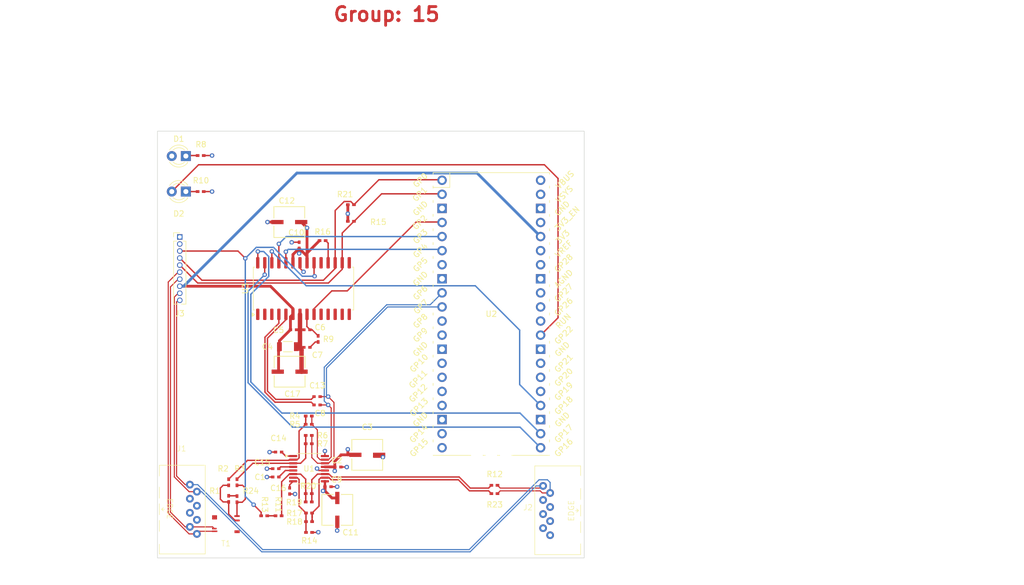
<source format=kicad_pcb>
(kicad_pcb (version 20240108) (generator "pcbnew") (generator_version "8.0")
  (layers (0 "F.Cu" signal) (1 "In1.Cu" signal) (2 "In2.Cu" signal) (31 "B.Cu" signal) (34 "B.Paste" user) (35 "F.Paste" user) (36 "B.SilkS" user "B.Silkscreen") (37 "F.SilkS" user "F.Silkscreen") (38 "B.Mask" user) (39 "F.Mask" user) (44 "Edge.Cuts" user))
  (net 0 "")
  (net 1 "OLRCK")
  (net 2 "VA")
  (net 3 "SDA")
  (net 4 "SDOUT")
  (net 5 "Net-(U1B-~{PD})")
  (net 6 "SCL")
  (net 7 "RMCLK")
  (net 8 "RST")
  (net 9 "OSCLK")
  (net 10 "OMCLK")
  (net 11 "PASS+")
  (net 12 "GND")
  (net 13 "FILT")
  (net 14 "GNDA")
  (net 15 "AES3+")
  (net 16 "AES3-")
  (net 17 "SIG_OUT-")
  (net 18 "SIG_OUT+")
  (net 19 "PWM")
  (net 20 "Net-(U3-AD2{slash}GPO2)")
  (net 21 "SIG_IN-")
  (net 22 "SIG_IN+")
  (net 45 "Net-(U1A-IN+)")
  (net 46 "Net-(U1A-IN-)")
  (net 47 "Net-(U1B-IN+)")
  (net 48 "Net-(U1B-IN-)")
  (net 68 "LED")
  (net 69 "+5V")
  (net 70 "Net-(U3-RXP0)")
  (net 71 "Net-(U3-RXN)")
  (net 72 "Net-(U1B-VOCM)")
  (net 73 "Net-(U1A-~{PD})")
  (net 74 "Net-(U1A-VOCM)")
  (net 75 "Net-(U1B-OUT-)")
  (net 76 "Net-(U1B-OUT+)")
  (net 77 "Net-(D1-K)")
  (net 78 "Net-(D2-K)")
  (net 79 "Net-(R1-Pad1)")
  (net 80 "Net-(R1-Pad2)")
  (net 81 "Net-(R24-Pad1)")
  (net 82 "Net-(R11-Pad1)")
  (net 83 "Net-(C7-Pad1)")
  (footprint "491_Footprints:R_805" (layer "F.Cu") (at 167.947201 128.5)
    (property "Reference" "R23")
    (property "Value" "50")
  )
  (footprint "491_Footprints:RJ45_Conn" (layer "F.Cu") (at 113 131.325 -90)
    (property "Reference" "J1")
    (property "Value" "RJ45")
  )
  (footprint "491_Footprints:R_805" (layer "F.Cu") (at 134.4472 119.5)
    (property "Reference" "R7")
    (property "Value" "1k")
  )
  (footprint "491_Footprints:R_805" (layer "F.Cu") (at 121.5 129.5 90)
    (property "Reference" "R24")
    (property "Value" "52")
  )
  (footprint "491_Footprints:CAP_805_CER" (layer "F.Cu") (at 128.5 125.5 180)
    (property "Reference" "C1")
    (property "Value" "100nF")
  )
  (footprint "491_Footprints:CAP_805_CER" (layer "F.Cu") (at 132.715 83.693 90)
    (property "Reference" "C10")
    (property "Value" "100nF")
  )
  (footprint "491_Footprints:R_805" (layer "F.Cu") (at 121.5 126.4472 90)
    (property "Reference" "R3")
    (property "Value" "1k")
  )
  (footprint "491_Footprints:CAP_805_CER" (layer "F.Cu") (at 134.112 98.933 180)
    (property "Reference" "C6")
    (property "Value" "1nF")
  )
  (footprint "LED_THT:LED_D3.0mm" (layer "F.Cu") (at 112.275 67.593697 180)
    (property "Reference" "D1")
    (property "Value" "RED")
  )
  (footprint "491_Footprints:CAP_CER_0.1uF_1206" (layer "F.Cu") (at 130.683 101.981)
    (property "Reference" "C4")
    (property "Value" "0.1uF")
  )
  (footprint "491_Footprints:RJ45_Conn" (layer "F.Cu") (at 178 131.555 90)
    (property "Reference" "J2")
    (property "Value" "RJ45")
  )
  (footprint "491_Footprints:R_805" (layer "F.Cu") (at 142.052799 79.366999 180)
    (property "Reference" "R15")
    (property "Value" "1k")
  )
  (footprint "491_Footprints:CAP_805_CER" (layer "F.Cu") (at 134.112 102.108 180)
    (property "Reference" "C7")
    (property "Value" "22nF")
  )
  (footprint "491_Footprints:R_805" (layer "F.Cu") (at 120 126.4472 90)
    (property "Reference" "R2")
    (property "Value" "1k")
  )
  (footprint "Package_SO:TSSOP-16_4.4x5mm_P0.65mm" (layer "F.Cu") (at 134.5 124)
    (property "Reference" "U1")
    (property "Value" "~")
  )
  (footprint "491_Footprints:CAP_805_CER" (layer "F.Cu") (at 135.9472 111 180)
    (property "Reference" "C13")
    (property "Value" "10nF")
  )
  (footprint "491_Footprints:SM453230-181N7Y" (layer "F.Cu") (at 119.5 134)
    (property "Reference" "T1")
    (property "Value" "~" (hide yes))
  )
  (footprint "Connector_PinHeader_1.27mm:PinHeader_1x10_P1.27mm_Vertical" (layer "F.Cu") (at 111.1758 82.19)
    (property "Reference" "J3")
    (property "Value" "Conn_01x10_MountingPin")
  )
  (footprint "491_Footprints:R_805" (layer "F.Cu") (at 136.945 82.85 180)
    (property "Reference" "R16")
    (property "Value" "47k")
  )
  (footprint "491_Footprints:R_805" (layer "F.Cu") (at 126.4068 132.5)
    (property "Reference" "R13")
    (property "Value" "900")
  )
  (footprint "491_Footprints:CAP_805_CER" (layer "F.Cu") (at 137.922 127.254)
    (property "Reference" "C9")
    (property "Value" "100nF")
  )
  (footprint "491_Footprints:CAP_805_CER" (layer "F.Cu") (at 139.7 123.698)
    (property "Reference" "C2")
    (property "Value" "100nF")
  )
  (footprint "491_Footprints:R_805" (layer "F.Cu") (at 134.4472 130)
    (property "Reference" "R19")
    (property "Value" "1k")
  )
  (footprint "491_Footprints:R_805" (layer "F.Cu") (at 136.144 100.584 90)
    (property "Reference" "R9")
    (property "Value" "3k")
  )
  (footprint "491_Footprints:R_805" (layer "F.Cu") (at 167.947201 127)
    (property "Reference" "R12")
    (property "Value" "50")
  )
  (footprint "491_Footprints:CAP_ALUM" (layer "F.Cu") (at 145 121.5)
    (property "Reference" "C3")
    (property "Value" "10uF")
  )
  (footprint "491_Footprints:R_805" (layer "F.Cu") (at 134.4472 118)
    (property "Reference" "R6")
    (property "Value" "1k")
  )
  (footprint "LED_THT:LED_D3.0mm" (layer "F.Cu") (at 112.275 74 180)
    (property "Reference" "D2")
    (property "Value" "RED")
  )
  (footprint "491_Footprints:R_805" (layer "F.Cu") (at 134.5 133.5528)
    (property "Reference" "R18")
    (property "Value" "1k")
  )
  (footprint "491_Footprints:CAP_805_CER" (layer "F.Cu") (at 129 121 180)
    (property "Reference" "C14")
    (property "Value" "100nF")
  )
  (footprint "491_Footprints:R_805" (layer "F.Cu") (at 120 129.4472 -90)
    (property "Reference" "R1")
    (property "Value" "52")
  )
  (footprint "491_Footprints:CAP_805_CER" (layer "F.Cu") (at 131.699 98.933)
    (property "Reference" "C5")
    (property "Value" "1000pF")
  )
  (footprint "491_Footprints:R_805" (layer "F.Cu") (at 134.4472 114.5)
    (property "Reference" "R4")
    (property "Value" "1k")
  )
  (footprint "491_Footprints:R_805" (layer "F.Cu") (at 134.4472 116 180)
    (property "Reference" "R5")
    (property "Value" "1k")
  )
  (footprint "491_Footprints:R_805" (layer "F.Cu") (at 142.052799 76.366999 180)
    (property "Reference" "R21")
    (property "Value" "1k")
  )
  (footprint "491_Footprints:CAP_805_CER" (layer "F.Cu") (at 131 128.016 -90)
    (property "Reference" "C16")
    (property "Value" "100nF")
  )
  (footprint "491_Footprints:CAP_ALUM" (layer "F.Cu") (at 139.5984 131.4323 -90)
    (property "Reference" "C11")
    (property "Value" "10uF")
  )
  (footprint "491_Footprints:CAP_ALUM" (layer "F.Cu") (at 131 106.5)
    (property "Reference" "C17")
    (property "Value" "10uF")
  )
  (footprint "491_Footprints:R_805" (layer "F.Cu") (at 134.5 135.5 180)
    (property "Reference" "R14")
    (property "Value" "1k")
  )
  (footprint "491_Footprints:CAP_ALUM" (layer "F.Cu") (at 130.937 79.502 180)
    (property "Reference" "C12")
    (property "Value" "10uF")
  )
  (footprint "491_Footprints:R_805" (layer "F.Cu") (at 134.4472 128.5)
    (property "Reference" "R20")
    (property "Value" "1k")
  )
  (footprint "491_Footprints:CAP_805_CER" (layer "F.Cu") (at 128.5 124 180)
    (property "Reference" "C15")
    (property "Value" "100nF")
  )
  (footprint "491_Footprints:R_805" (layer "F.Cu") (at 134.5 132)
    (property "Reference" "R17")
    (property "Value" "1k")
  )
  (footprint "491_Footprints:R_805" (layer "F.Cu") (at 114.947201 74)
    (property "Reference" "R10")
    (property "Value" "1k")
  )
  (footprint "491_Footprints:R_805" (layer "F.Cu") (at 129 132.5)
    (property "Reference" "R11")
    (property "Value" "100")
  )
  (footprint "491_Footprints:CAP_805_CER" (layer "F.Cu") (at 135.9472 112.5 180)
    (property "Reference" "C8")
    (property "Value" "10nF")
  )
  (footprint "491_Footprints:Pico W" (layer "F.Cu") (at 167.39 96.09)
    (property "Reference" "U2")
    (property "Value" "~")
  )
  (footprint "491_Footprints:R_805" (layer "F.Cu") (at 114.947201 67.5)
    (property "Reference" "R8")
    (property "Value" "1k")
  )
  (footprint "Package_SO:SOIC-28W_7.5x17.9mm_P1.27mm" (layer "F.Cu") (at 133.5 91.5 90)
    (property "Reference" "U3")
    (property "Value" "~")
  )
  (gr_rect (start 107.15 63.1) (end 184.15 140.1) (stroke (width 0.1)) (fill none) (layer "Edge.Cuts"))
  (gr_text "Group: 15" (at 148.5 43.5 0) (layer "F.Cu") (effects (font (size 2.54 2.54) (thickness 0.508) (bold yes)) (justify bottom)))
  (segment (start 125.261201 84.81404) (end 125.261201 86.833799) (width 0.25) (layer "F.Cu") (net 1))
  (segment (start 125.261201 86.833799) (end 125.245 86.85) (width 0.25) (layer "F.Cu") (net 1))
  (via (at 125.261201 84.81404) (size 0.8) (drill 0.4) (layers "F.Cu" "B.Cu") (net 1))
  (segment (start 126.31404 84.81404) (end 125.261201 84.81404) (width 0.25) (layer "B.Cu") (net 1))
  (segment (start 127.225 89.300305) (end 127.225 85.725) (width 0.25) (layer "B.Cu") (net 1))
  (segment (start 129.601396 113.965) (end 124 108.363604) (width 0.25) (layer "B.Cu") (net 1))
  (segment (start 172.565 113.965) (end 129.601396 113.965) (width 0.25) (layer "B.Cu") (net 1))
  (segment (start 176.28 117.68) (end 172.565 113.965) (width 0.25) (layer "B.Cu") (net 1))
  (segment (start 124 92.525305) (end 127.225 89.300305) (width 0.25) (layer "B.Cu") (net 1))
  (segment (start 127.225 85.725) (end 126.31404 84.81404) (width 0.25) (layer "B.Cu") (net 1))
  (segment (start 124 108.363604) (end 124 92.525305) (width 0.25) (layer "B.Cu") (net 1))
  (segment (start 129 102.760353) (end 129.155199 102.605154) (width 0.5) (layer "F.Cu") (net 2))
  (segment (start 131.595 96.15) (end 131.595 95.125001) (width 0.5) (layer "F.Cu") (net 2))
  (segment (start 127.549999 91.08) (end 111.1758 91.08) (width 0.5) (layer "F.Cu") (net 2))
  (segment (start 128.8537 106.5) (end 129 106.3537) (width 0.5) (layer "F.Cu") (net 2))
  (segment (start 129.155199 101.981) (end 129.155199 100.924001) (width 0.5) (layer "F.Cu") (net 2))
  (segment (start 131.595 96.15) (end 131.1462 96.5988) (width 0.5) (layer "F.Cu") (net 2))
  (segment (start 129.155199 100.924001) (end 131.1462 98.933) (width 0.5) (layer "F.Cu") (net 2))
  (segment (start 129 106.3537) (end 129 102.760353) (width 0.5) (layer "F.Cu") (net 2))
  (segment (start 131.595 95.125001) (end 127.549999 91.08) (width 0.5) (layer "F.Cu") (net 2))
  (segment (start 131.1462 96.5988) (end 131.1462 98.933) (width 0.5) (layer "F.Cu") (net 2))
  (segment (start 129.155199 102.605154) (end 129.155199 101.981) (width 0.5) (layer "F.Cu") (net 2))
  (segment (start 132.302906 70.66) (end 111.882906 91.08) (width 0.5) (layer "B.Cu") (net 2))
  (segment (start 164.82 70.66) (end 132.302906 70.66) (width 0.5) (layer "B.Cu") (net 2))
  (segment (start 176.28 82.12) (end 164.82 70.66) (width 0.5) (layer "B.Cu") (net 2))
  (segment (start 111.882906 91.08) (end 111.1758 91.08) (width 0.5) (layer "B.Cu") (net 2))
  (segment (start 139.215 77.424201) (end 140.847201 75.792) (width 0.25) (layer "F.Cu") (net 3))
  (segment (start 140.847201 75.792) (end 142.030599 75.792) (width 0.25) (layer "F.Cu") (net 3))
  (segment (start 139.215 86.85) (end 139.215 77.424201) (width 0.25) (layer "F.Cu") (net 3))
  (segment (start 139.215 86.85) (end 139.215 87.874999) (width 0.25) (layer "F.Cu") (net 3))
  (segment (start 142.605598 76.366999) (end 147.102597 71.87) (width 0.25) (layer "F.Cu") (net 3))
  (segment (start 158.41 71.87) (end 158.5 71.96) (width 0.25) (layer "F.Cu") (net 3))
  (segment (start 137.089999 90) (end 115.1758 90) (width 0.25) (layer "F.Cu") (net 3))
  (segment (start 142.030599 75.792) (end 142.605598 76.366999) (width 0.25) (layer "F.Cu") (net 3))
  (segment (start 147.102597 71.87) (end 158.41 71.87) (width 0.25) (layer "F.Cu") (net 3))
  (segment (start 139.215 87.874999) (end 137.089999 90) (width 0.25) (layer "F.Cu") (net 3))
  (segment (start 115.1758 90) (end 111.1758 86) (width 0.25) (layer "F.Cu") (net 3))
  (segment (start 127.792102 86.842898) (end 127.785 86.85) (width 0.25) (layer "F.Cu") (net 4))
  (segment (start 127.792102 84.792102) (end 127.792102 86.842898) (width 0.25) (layer "F.Cu") (net 4))
  (via (at 127.792102 84.792102) (size 0.8) (drill 0.4) (layers "F.Cu" "B.Cu") (net 4))
  (segment (start 172.5 108.82) (end 172.5 99) (width 0.25) (layer "B.Cu") (net 4))
  (segment (start 172.5 99) (end 164.5 91) (width 0.25) (layer "B.Cu") (net 4))
  (segment (start 176.28 112.6) (end 172.5 108.82) (width 0.25) (layer "B.Cu") (net 4))
  (segment (start 164.5 91) (end 134 91) (width 0.25) (layer "B.Cu") (net 4))
  (segment (start 134 91) (end 127.792102 84.792102) (width 0.25) (layer "B.Cu") (net 4))
  (segment (start 129.414 125.139) (end 129.4138 125.139) (width 0.25) (layer "F.Cu") (net 5))
  (segment (start 129.4138 125.139) (end 129.0528 125.5) (width 0.25) (layer "F.Cu") (net 5))
  (segment (start 129.053 125.5) (end 129.414 125.139) (width 0.25) (layer "F.Cu") (net 5))
  (segment (start 130.228 124.325) (end 131.6375 124.325) (width 0.25) (layer "F.Cu") (net 5))
  (segment (start 129.414 125.139) (end 130.228 124.325) (width 0.25) (layer "F.Cu") (net 5))
  (segment (start 142.605598 79.366999) (end 142.633001 79.366999) (width 0.25) (layer "F.Cu") (net 6))
  (segment (start 140.485 86.85) (end 140.485 81.487597) (width 0.25) (layer "F.Cu") (net 6))
  (segment (start 138 90.5) (end 114.4058 90.5) (width 0.25) (layer "F.Cu") (net 6))
  (segment (start 147.59 74.41) (end 158.41 74.41) (width 0.25) (layer "F.Cu") (net 6))
  (segment (start 140.485 81.487597) (end 142.605598 79.366999) (width 0.25) (layer "F.Cu") (net 6))
  (segment (start 158.41 74.41) (end 158.5 74.5) (width 0.25) (layer "F.Cu") (net 6))
  (segment (start 140.485 86.85) (end 140.485 88.015) (width 0.25) (layer "F.Cu") (net 6))
  (segment (start 140.485 88.015) (end 138 90.5) (width 0.25) (layer "F.Cu") (net 6))
  (segment (start 142.633001 79.366999) (end 147.59 74.41) (width 0.25) (layer "F.Cu") (net 6))
  (segment (start 114.4058 90.5) (end 111.1758 87.27) (width 0.25) (layer "F.Cu") (net 6))
  (segment (start 130.318089 86.843089) (end 130.325 86.85) (width 0.25) (layer "F.Cu") (net 7))
  (segment (start 130.318089 84.85707) (end 130.318089 86.843089) (width 0.25) (layer "F.Cu") (net 7))
  (via (at 130.318089 84.85707) (size 0.8) (drill 0.4) (layers "F.Cu" "B.Cu") (net 7))
  (segment (start 158.270334 84.430334) (end 130.744825 84.430334) (width 0.25) (layer "B.Cu") (net 7))
  (segment (start 130.744825 84.430334) (end 130.318089 84.85707) (width 0.25) (layer "B.Cu") (net 7))
  (segment (start 158.5 84.66) (end 158.270334 84.430334) (width 0.25) (layer "B.Cu") (net 7))
  (segment (start 153.8344 79.49) (end 141.4018 91.9226) (width 0.25) (layer "F.Cu") (net 8))
  (segment (start 158.5 79.58) (end 158.41 79.49) (width 0.25) (layer "F.Cu") (net 8))
  (segment (start 138.6074 91.9226) (end 135.405 95.125) (width 0.25) (layer "F.Cu") (net 8))
  (segment (start 135.405 95.125) (end 135.405 96.15) (width 0.25) (layer "F.Cu") (net 8))
  (segment (start 158.41 79.49) (end 153.8344 79.49) (width 0.25) (layer "F.Cu") (net 8))
  (segment (start 141.4018 91.9226) (end 138.6074 91.9226) (width 0.25) (layer "F.Cu") (net 8))
  (segment (start 126.5 89) (end 126.5 86.865) (width 0.25) (layer "F.Cu") (net 9))
  (segment (start 126.5 86.865) (end 126.515 86.85) (width 0.25) (layer "F.Cu") (net 9))
  (via (at 126.5 89) (size 0.8) (drill 0.4) (layers "F.Cu" "B.Cu") (net 9))
  (segment (start 131.5 116.5) (end 123.5 108.5) (width 0.25) (layer "B.Cu") (net 9))
  (segment (start 172.56 116.5) (end 131.5 116.5) (width 0.25) (layer "B.Cu") (net 9))
  (segment (start 176.28 120.22) (end 172.56 116.5) (width 0.25) (layer "B.Cu") (net 9))
  (segment (start 123.5 108.5) (end 123.5 92) (width 0.25) (layer "B.Cu") (net 9))
  (segment (start 123.5 92) (end 126.5 89) (width 0.25) (layer "B.Cu") (net 9))
  (segment (start 129.055 83.444999) (end 129.055 86.85) (width 0.25) (layer "F.Cu") (net 10))
  (segment (start 129.061719 83.43828) (end 129.055 83.444999) (width 0.25) (layer "F.Cu") (net 10))
  (via (at 129.061719 83.43828) (size 0.8) (drill 0.4) (layers "F.Cu" "B.Cu") (net 10))
  (segment (start 130.379999 82.12) (end 158.5 82.12) (width 0.25) (layer "B.Cu") (net 10))
  (segment (start 129.061719 83.43828) (end 130.379999 82.12) (width 0.25) (layer "B.Cu") (net 10))
  (segment (start 135.5 89.275) (end 135.405 89.18) (width 0.25) (layer "F.Cu") (net 11))
  (segment (start 123 86.049936) (end 121.680064 84.73) (width 0.25) (layer "F.Cu") (net 11))
  (segment (start 125.854001 131.854001) (end 125.854001 132.5) (width 0.25) (layer "F.Cu") (net 11))
  (segment (start 135.405 89.18) (end 135.405 86.85) (width 0.25) (layer "F.Cu") (net 11))
  (segment (start 124.5 130.5) (end 125.854001 131.854001) (width 0.25) (layer "F.Cu") (net 11))
  (segment (start 121.680064 84.73) (end 111.1758 84.73) (width 0.25) (layer "F.Cu") (net 11))
  (via (at 124.5 130.5) (size 0.8) (drill 0.4) (layers "F.Cu" "B.Cu") (net 11))
  (via (at 123 86.049936) (size 0.8) (drill 0.4) (layers "F.Cu" "B.Cu") (net 11))
  (via (at 135.5 89.275) (size 0.8) (drill 0.4) (layers "F.Cu" "B.Cu") (net 11))
  (segment (start 123 129) (end 124.5 130.5) (width 0.25) (layer "B.Cu") (net 11))
  (segment (start 128.517102 84.517102) (end 128.517102 84.491797) (width 0.25) (layer "B.Cu") (net 11))
  (segment (start 124.982834 84.067102) (end 123 86.049936) (width 0.25) (layer "B.Cu") (net 11))
  (segment (start 123 86.049936) (end 123 129) (width 0.25) (layer "B.Cu") (net 11))
  (segment (start 135.5 89.275) (end 133.275 89.275) (width 0.25) (layer "B.Cu") (net 11))
  (segment (start 128.092407 84.067102) (end 124.982834 84.067102) (width 0.25) (layer "B.Cu") (net 11))
  (segment (start 128.517102 84.491797) (end 128.092407 84.067102) (width 0.25) (layer "B.Cu") (net 11))
  (segment (start 133.275 89.275) (end 128.517102 84.517102) (width 0.25) (layer "B.Cu") (net 11))
  (segment (start 115.5 74) (end 117 74) (width 0.25) (layer "F.Cu") (net 12))
  (segment (start 136.2884 124.325) (end 135.9408 123.9774) (width 0.25) (layer "F.Cu") (net 12))
  (segment (start 131.3882 83.1402) (end 131.3688 83.1596) (width 0.25) (layer "F.Cu") (net 12))
  (segment (start 127.9472 124) (end 126.9012 124) (width 0.25) (layer "F.Cu") (net 12))
  (segment (start 131.969 128.5688) (end 131.975 128.5748) (width 0.25) (layer "F.Cu") (net 12))
  (segment (start 135.052799 135.5) (end 136.1276 135.5) (width 0.25) (layer "F.Cu") (net 12))
  (segment (start 128.7907 79.502) (end 127.002 79.502) (width 0.5) (layer "F.Cu") (net 12))
  (segment (start 131 128.5688) (end 131.969 128.5688) (width 0.25) (layer "F.Cu") (net 12))
  (segment (start 115.5 67.5) (end 117 67.5) (width 0.25) (layer "F.Cu") (net 12))
  (segment (start 127.3866 121) (end 127.381 121.0056) (width 0.25) (layer "F.Cu") (net 12))
  (segment (start 139.5984 133.5786) (end 139.5984 135.1407) (width 0.25) (layer "F.Cu") (net 12))
  (segment (start 137.3625 121.725) (end 137.3625 120.816271) (width 0.25) (layer "F.Cu") (net 12))
  (segment (start 140.2528 123.698) (end 141.302319 123.698) (width 0.25) (layer "F.Cu") (net 12))
  (segment (start 146.1516 121.92) (end 147.828 121.92) (width 0.25) (layer "F.Cu") (net 12))
  (segment (start 128.4472 121) (end 127.3866 121) (width 0.25) (layer "F.Cu") (net 12))
  (segment (start 126.9012 124) (end 126.8984 124.0028) (width 0.25) (layer "F.Cu") (net 12))
  (segment (start 126.8998 125.5) (end 126.8984 125.5014) (width 0.25) (layer "F.Cu") (net 12))
  (segment (start 132.715 83.1402) (end 131.3882 83.1402) (width 0.25) (layer "F.Cu") (net 12))
  (segment (start 141.302319 123.698) (end 141.311229 123.70691) (width 0.25) (layer "F.Cu") (net 12))
  (segment (start 139.5984 135.1407) (end 139.573 135.1661) (width 0.25) (layer "F.Cu") (net 12))
  (segment (start 132.865 86.85) (end 132.865 87.839694) (width 0.25) (layer "F.Cu") (net 12))
  (segment (start 137.3625 120.816271) (end 137.3655 120.813271) (width 0.25) (layer "F.Cu") (net 12))
  (segment (start 138.4748 127.254) (end 139.576501 127.254) (width 0.25) (layer "F.Cu") (net 12))
  (segment (start 137.3625 124.325) (end 136.2884 124.325) (width 0.25) (layer "F.Cu") (net 12))
  (segment (start 136.1276 135.5) (end 136.1694 135.4582) (width 0.25) (layer "F.Cu") (net 12))
  (segment (start 132.865 87.839694) (end 133.512653 88.487347) (width 0.25) (layer "F.Cu") (net 12))
  (segment (start 127.9472 125.5) (end 126.8998 125.5) (width 0.25) (layer "F.Cu") (net 12))
  (segment (start 127.002 79.502) (end 127 79.5) (width 0.5) (layer "F.Cu") (net 12))
  (via (at 139.573 135.1661) (size 0.8) (drill 0.4) (layers "F.Cu" "B.Cu") (net 12))
  (via (at 147.828 121.92) (size 0.8) (drill 0.4) (layers "F.Cu" "B.Cu") (net 12))
  (via (at 127 79.5) (size 0.8) (drill 0.4) (layers "F.Cu" "B.Cu") (net 12))
  (via (at 139.576501 127.254) (size 0.8) (drill 0.4) (layers "F.Cu" "B.Cu") (net 12))
  (via (at 127.381 121.0056) (size 0.8) (drill 0.4) (layers "F.Cu" "B.Cu") (net 12))
  (via (at 137.3655 120.813271) (size 0.8) (drill 0.4) (layers "F.Cu" "B.Cu") (net 12))
  (via (at 117 74) (size 0.8) (drill 0.4) (layers "F.Cu" "B.Cu") (net 12))
  (via (at 126.8984 125.5014) (size 0.8) (drill 0.4) (layers "F.Cu" "B.Cu") (net 12))
  (via (at 135.9408 123.9774) (size 0.8) (drill 0.4) (layers "F.Cu" "B.Cu") (net 12))
  (via (at 131.3688 83.1596) (size 0.8) (drill 0.4) (layers "F.Cu" "B.Cu") (net 12))
  (via (at 136.1694 135.4582) (size 0.8) (drill 0.4) (layers "F.Cu" "B.Cu") (net 12))
  (via (at 126.8984 124.0028) (size 0.8) (drill 0.4) (layers "F.Cu" "B.Cu") (net 12))
  (via (at 131.975 128.5748) (size 0.8) (drill 0.4) (layers "F.Cu" "B.Cu") (net 12))
  (via (at 117 67.5) (size 0.8) (drill 0.4) (layers "F.Cu" "B.Cu") (net 12))
  (via (at 133.512653 88.487347) (size 0.8) (drill 0.4) (layers "F.Cu" "B.Cu") (net 12))
  (via (at 141.311229 123.70691) (size 0.8) (drill 0.4) (layers "F.Cu" "B.Cu") (net 12))
  (segment (start 134.135 96.15) (end 134.112 96.173) (width 0.25) (layer "F.Cu") (net 13))
  (segment (start 135.045799 98.933) (end 136.144 100.031201) (width 0.25) (layer "F.Cu") (net 13))
  (segment (start 134.6648 98.910622) (end 134.6648 98.933) (width 0.25) (layer "F.Cu") (net 13))
  (segment (start 134.6648 98.933) (end 135.045799 98.933) (width 0.25) (layer "F.Cu") (net 13))
  (segment (start 134.112 98.357822) (end 134.6648 98.910622) (width 0.25) (layer "F.Cu") (net 13))
  (segment (start 134.112 96.173) (end 134.112 98.357822) (width 0.25) (layer "F.Cu") (net 13))
  (segment (start 132.865 96.15) (end 132.865 102.298741) (width 0.8) (layer "F.Cu") (net 14))
  (segment (start 132.865 102.298741) (end 132.861853 102.301888) (width 0.8) (layer "F.Cu") (net 14))
  (segment (start 132.865 102.298741) (end 133.1463 102.580041) (width 0.8) (layer "F.Cu") (net 14))
  (segment (start 133.1463 102.580041) (end 133.1463 106.5) (width 0.8) (layer "F.Cu") (net 14))
  (segment (start 138.5 113.0528) (end 137.9472 112.5) (width 0.2) (layer "F.Cu") (net 15))
  (segment (start 136.5 122.375) (end 137.3625 122.375) (width 0.2) (layer "F.Cu") (net 15))
  (segment (start 136 117) (end 136 121.875) (width 0.2) (layer "F.Cu") (net 15))
  (segment (start 135 116) (end 135 114.5) (width 0.2) (layer "F.Cu") (net 15))
  (segment (start 137.3625 122.375) (end 138.018 122.375) (width 0.2) (layer "F.Cu") (net 15))
  (segment (start 136 121.875) (end 136.5 122.375) (width 0.2) (layer "F.Cu") (net 15))
  (segment (start 138.018 122.375) (end 138.5 121.893) (width 0.2) (layer "F.Cu") (net 15))
  (segment (start 136.5 112.5) (end 137.9472 112.5) (width 0.2) (layer "F.Cu") (net 15))
  (segment (start 135 116) (end 136 117) (width 0.2) (layer "F.Cu") (net 15))
  (segment (start 138.5 121.893) (end 138.5 113.0528) (width 0.2) (layer "F.Cu") (net 15))
  (via (at 137.9472 112.5) (size 0.8) (drill 0.4) (layers "F.Cu" "B.Cu") (net 15))
  (segment (start 137.2472 105.687114) (end 148.514314 94.42) (width 0.2) (layer "B.Cu") (net 15))
  (segment (start 156.36 94.42) (end 158.5 92.28) (width 0.2) (layer "B.Cu") (net 15))
  (segment (start 148.514314 94.42) (end 156.36 94.42) (width 0.2) (layer "B.Cu") (net 15))
  (segment (start 137.2472 111.8) (end 137.2472 105.687114) (width 0.2) (layer "B.Cu") (net 15))
  (segment (start 137.9472 112.5) (end 137.2472 111.8) (width 0.2) (layer "B.Cu") (net 15))
  (segment (start 135 122) (end 136.025 123.025) (width 0.2) (layer "F.Cu") (net 16))
  (segment (start 139 112.0528) (end 137.9472 111) (width 0.2) (layer "F.Cu") (net 16))
  (segment (start 135 119.5) (end 135 118) (width 0.2) (layer "F.Cu") (net 16))
  (segment (start 135 119.5) (end 135 122) (width 0.2) (layer "F.Cu") (net 16))
  (segment (start 138.018 123.025) (end 139 122.043) (width 0.2) (layer "F.Cu") (net 16))
  (segment (start 136.025 123.025) (end 137.3625 123.025) (width 0.2) (layer "F.Cu") (net 16))
  (segment (start 137.3625 123.025) (end 138.018 123.025) (width 0.2) (layer "F.Cu") (net 16))
  (segment (start 136.5 111) (end 137.9472 111) (width 0.2) (layer "F.Cu") (net 16))
  (segment (start 139 122.043) (end 139 112.0528) (width 0.2) (layer "F.Cu") (net 16))
  (via (at 137.9472 111) (size 0.8) (drill 0.4) (layers "F.Cu" "B.Cu") (net 16))
  (segment (start 137.6472 110.7) (end 137.6472 105.8528) (width 0.2) (layer "B.Cu") (net 16))
  (segment (start 137.6472 105.8528) (end 148.68 94.82) (width 0.2) (layer "B.Cu") (net 16))
  (segment (start 148.68 94.82) (end 158.5 94.82) (width 0.2) (layer "B.Cu") (net 16))
  (segment (start 137.9472 111) (end 137.6472 110.7) (width 0.2) (layer "B.Cu") (net 16))
  (segment (start 110.2 125.494214) (end 110.2 93.03) (width 0.2) (layer "F.Cu") (net 17))
  (segment (start 114.27 128.15) (end 112.855786 128.15) (width 0.2) (layer "F.Cu") (net 17))
  (segment (start 176.34 127.5) (end 176.73 127.11) (width 0.2) (layer "F.Cu") (net 17))
  (segment (start 168.5 127) (end 169 127.5) (width 0.2) (layer "F.Cu") (net 17))
  (segment (start 169 127.5) (end 176.34 127.5) (width 0.2) (layer "F.Cu") (net 17))
  (segment (start 112.855786 128.15) (end 110.2 125.494214) (width 0.2) (layer "F.Cu") (net 17))
  (segment (start 110.2 93.03) (end 111 92.23) (width 0.2) (layer "F.Cu") (net 17))
  (segment (start 168.500001 127) (end 168.610001 127.11) (width 0.2) (layer "F.Cu") (net 17))
  (segment (start 115.118528 128.15) (end 114.27 128.15) (width 0.2) (layer "B.Cu") (net 17))
  (segment (start 125.968528 139) (end 115.118528 128.15) (width 0.2) (layer "B.Cu") (net 17))
  (segment (start 176.73 127.11) (end 175.455686 127.11) (width 0.2) (layer "B.Cu") (net 17))
  (segment (start 175.455686 127.11) (end 163.565686 139) (width 0.2) (layer "B.Cu") (net 17))
  (segment (start 163.565686 139) (end 125.968528 139) (width 0.2) (layer "B.Cu") (net 17))
  (segment (start 113 126.88) (end 112.151472 126.88) (width 0.2) (layer "F.Cu") (net 18))
  (segment (start 176.585786 128.38) (end 178 128.38) (width 0.2) (layer "F.Cu") (net 18))
  (segment (start 110.6 93.9) (end 111 93.5) (width 0.2) (layer "F.Cu") (net 18))
  (segment (start 169 128) (end 176.205786 128) (width 0.2) (layer "F.Cu") (net 18))
  (segment (start 168.5 128.5) (end 169 128) (width 0.2) (layer "F.Cu") (net 18))
  (segment (start 176.205786 128) (end 176.585786 128.38) (width 0.2) (layer "F.Cu") (net 18))
  (segment (start 112.151472 126.88) (end 110.6 125.328528) (width 0.2) (layer "F.Cu") (net 18))
  (segment (start 110.6 125.328528) (end 110.6 93.9) (width 0.2) (layer "F.Cu") (net 18))
  (segment (start 177.517107 126) (end 176 126) (width 0.2) (layer "B.Cu") (net 18))
  (segment (start 178 128.38) (end 178 126.482893) (width 0.2) (layer "B.Cu") (net 18))
  (segment (start 178 126.482893) (end 177.517107 126) (width 0.2) (layer "B.Cu") (net 18))
  (segment (start 163.4 138.6) (end 126.134214 138.6) (width 0.2) (layer "B.Cu") (net 18))
  (segment (start 114.414214 126.88) (end 113 126.88) (width 0.2) (layer "B.Cu") (net 18))
  (segment (start 176 126) (end 163.4 138.6) (width 0.2) (layer "B.Cu") (net 18))
  (segment (start 126.134214 138.6) (end 114.414214 126.88) (width 0.2) (layer "B.Cu") (net 18))
  (segment (start 137.4978 82.85) (end 137.9474 83.2996) (width 0.25) (layer "F.Cu") (net 20))
  (segment (start 137.9474 83.2996) (end 137.9474 86.8476) (width 0.25) (layer "F.Cu") (net 20))
  (segment (start 137.9474 86.8476) (end 137.945 86.85) (width 0.25) (layer "F.Cu") (net 20))
  (segment (start 117.4676 135.295) (end 114.745 135.295) (width 0.2) (layer "F.Cu") (net 21))
  (segment (start 109.1 132.014213) (end 109.1 90.32) (width 0.2) (layer "F.Cu") (net 21))
  (segment (start 114.27 135.77) (end 112.855786 135.77) (width 0.2) (layer "F.Cu") (net 21))
  (segment (start 117.4676 135.295) (end 117.468 135.2954) (width 0.25) (layer "F.Cu") (net 21))
  (segment (start 112.855786 135.77) (end 109.1 132.014213) (width 0.2) (layer "F.Cu") (net 21))
  (segment (start 117.468 135.295) (end 117.4676 135.295) (width 0.2) (layer "F.Cu") (net 21))
  (segment (start 114.745 135.295) (end 114.27 135.77) (width 0.2) (layer "F.Cu") (net 21))
  (segment (start 109.1 90.32) (end 111 88.42) (width 0.2) (layer "F.Cu") (net 21))
  (segment (start 109.5 131.848528) (end 109.5 91.19) (width 0.2) (layer "F.Cu") (net 22))
  (segment (start 113.23 134.5) (end 113 134.5) (width 0.2) (layer "F.Cu") (net 22))
  (segment (start 117.092 134.5003) (end 117.4045 134.8128) (width 0.2) (layer "F.Cu") (net 22))
  (segment (start 117.092 134.5) (end 117.092 134.5003) (width 0.2) (layer "F.Cu") (net 22))
  (segment (start 109.5 91.19) (end 111 89.69) (width 0.2) (layer "F.Cu") (net 22))
  (segment (start 117.092 134.5) (end 113.23 134.5) (width 0.2) (layer "F.Cu") (net 22))
  (segment (start 113 134.5) (end 112.151472 134.5) (width 0.2) (layer "F.Cu") (net 22))
  (segment (start 112.151472 134.5) (end 109.5 131.848528) (width 0.2) (layer "F.Cu") (net 22))
  (segment (start 131.6375 122.375) (end 132.375 122.375) (width 0.25) (layer "F.Cu") (net 45))
  (segment (start 132.375 122.375) (end 132.7 122.05) (width 0.25) (layer "F.Cu") (net 45))
  (segment (start 133.894 115.25) (end 133.894 114.5) (width 0.25) (layer "F.Cu") (net 45))
  (segment (start 120 125.8944) (end 120 125.894) (width 0.25) (layer "F.Cu") (net 45))
  (segment (start 130.946 122.375) (end 131.6375 122.375) (width 0.25) (layer "F.Cu") (net 45))
  (segment (start 133.297 116.597) (end 133.894 116) (width 0.25) (layer "F.Cu") (net 45))
  (segment (start 133.894 116) (end 133.894 115.25) (width 0.25) (layer "F.Cu") (net 45))
  (segment (start 133.8944 115.2496) (end 133.8944 114.5) (width 0.25) (layer "F.Cu") (net 45))
  (segment (start 133.894 115.25) (end 133.8944 115.2496) (width 0.25) (layer "F.Cu") (net 45))
  (segment (start 130.821 122.5) (end 130.946 122.375) (width 0.25) (layer "F.Cu") (net 45))
  (segment (start 123.394 122.5) (end 130.821 122.5) (width 0.25) (layer "F.Cu") (net 45))
  (segment (start 120 125.894) (end 123.394 122.5) (width 0.25) (layer "F.Cu") (net 45))
  (segment (start 132.7 122.05) (end 132.7 117.194) (width 0.25) (layer "F.Cu") (net 45))
  (segment (start 132.7 117.194) (end 133.297 116.597) (width 0.25) (layer "F.Cu") (net 45))
  (segment (start 132.975 123.025) (end 131.6375 123.025) (width 0.25) (layer "F.Cu") (net 46))
  (segment (start 133.894 120.053) (end 133.8944 120.0526) (width 0.25) (layer "F.Cu") (net 46))
  (segment (start 133.894 120.053) (end 133.894 122.106) (width 0.25) (layer "F.Cu") (net 46))
  (segment (start 121.5 125.8944) (end 121.5 125.894) (width 0.25) (layer "F.Cu") (net 46))
  (segment (start 133.8944 119.5) (end 133.8944 118) (width 0.25) (layer "F.Cu") (net 46))
  (segment (start 133.894 122.106) (end 132.975 123.025) (width 0.25) (layer "F.Cu") (net 46))
  (segment (start 131.6375 123.025) (end 124.369 123.025) (width 0.25) (layer "F.Cu") (net 46))
  (segment (start 133.8944 120.0526) (end 133.8944 119.5) (width 0.25) (layer "F.Cu") (net 46))
  (segment (start 133.894 118) (end 133.894 120.053) (width 0.25) (layer "F.Cu") (net 46))
  (segment (start 124.369 123.025) (end 121.5 125.894) (width 0.25) (layer "F.Cu") (net 46))
  (segment (start 129.552799 126.368389) (end 129.552799 132.499799) (width 0.25) (layer "F.Cu") (net 47))
  (segment (start 133.894 128.9735) (end 133.8944 128.9739) (width 0.25) (layer "F.Cu") (net 47))
  (segment (start 133.8944 127.9474) (end 133.8944 128.5) (width 0.25) (layer "F.Cu") (net 47))
  (segment (start 130.946188 124.975) (end 129.552799 126.368389) (width 0.25) (layer "F.Cu") (net 47))
  (segment (start 133.8944 128.9739) (end 133.8944 130) (width 0.25) (layer "F.Cu") (net 47))
  (segment (start 132.975 124.975) (end 131.6375 124.975) (width 0.25) (layer "F.Cu") (net 47))
  (segment (start 133.894 128.9735) (end 133.894 127.947) (width 0.25) (layer "F.Cu") (net 47))
  (segment (start 133.894 127.947) (end 133.894 125.894) (width 0.25) (layer "F.Cu") (net 47))
  (segment (start 131.6375 124.975) (end 130.946188 124.975) (width 0.25) (layer "F.Cu") (net 47))
  (segment (start 133.894 127.947) (end 133.8944 127.9474) (width 0.25) (layer "F.Cu") (net 47))
  (segment (start 133.894 130) (end 133.894 128.9735) (width 0.25) (layer "F.Cu") (net 47))
  (segment (start 133.894 125.894) (end 132.975 124.975) (width 0.25) (layer "F.Cu") (net 47))
  (segment (start 133.9472 135.5) (end 133.947 135.5) (width 0.25) (layer "F.Cu") (net 48))
  (segment (start 133.9472 133.7498) (end 133.9472 133.5528) (width 0.25) (layer "F.Cu") (net 48))
  (segment (start 132.7 130.753) (end 132.7 125.95) (width 0.25) (layer "F.Cu") (net 48))
  (segment (start 133.947 135.5) (end 133.947 133.75) (width 0.25) (layer "F.Cu") (net 48))
  (segment (start 133.947 133.75) (end 133.947 132) (width 0.25) (layer "F.Cu") (net 48))
  (segment (start 133.947 133.75) (end 133.9472 133.7498) (width 0.25) (layer "F.Cu") (net 48))
  (segment (start 133.947 132) (end 132.7 130.753) (width 0.25) (layer "F.Cu") (net 48))
  (segment (start 132.7 125.95) (end 132.375 125.625) (width 0.25) (layer "F.Cu") (net 48))
  (segment (start 131.6375 125.625) (end 131.638 125.625) (width 0.25) (layer "F.Cu") (net 48))
  (segment (start 133.9472 132.0002) (end 133.947 132) (width 0.25) (layer "F.Cu") (net 48))
  (segment (start 132.375 125.625) (end 131.638 125.625) (width 0.25) (layer "F.Cu") (net 48))
  (segment (start 133.9472 132.0002) (end 133.9472 132) (width 0.25) (layer "F.Cu") (net 48))
  (segment (start 176.9618 69.1642) (end 179.4256 71.628) (width 0.25) (layer "F.Cu") (net 68))
  (segment (start 114.5708 69.1642) (end 176.9618 69.1642) (width 0.25) (layer "F.Cu") (net 68))
  (segment (start 109.735 74) (end 114.5708 69.1642) (width 0.25) (layer "F.Cu") (net 68))
  (segment (start 179.4256 71.628) (end 179.4256 96.7744) (width 0.25) (layer "F.Cu") (net 68))
  (segment (start 179.4256 96.7744) (end 176.39 99.81) (width 0.25) (layer "F.Cu") (net 68))
  (segment (start 139.1472 124.4032) (end 139.1412 124.4092) (width 0.5) (layer "F.Cu") (net 69))
  (segment (start 137.3692 127.254) (end 137.3692 126.2817) (width 0.4318) (layer "F.Cu") (net 69))
  (segment (start 132.715 85.155264) (end 132.71493 85.155334) (width 0.5) (layer "F.Cu") (net 69))
  (segment (start 139.1242 123.675) (end 139.1472 123.698) (width 0.5) (layer "F.Cu") (net 69))
  (segment (start 132.715 84.2458) (end 131.595 85.3658) (width 0.5) (layer "F.Cu") (net 69))
  (segment (start 139.1472 123.698) (end 139.1472 124.4032) (width 0.5) (layer "F.Cu") (net 69))
  (segment (start 132.715 84.2458) (end 134.135 85.6658) (width 0.5) (layer "F.Cu") (net 69))
  (segment (start 140.2588 121.562018) (end 139.1472 122.673618) (width 0.5) (layer "F.Cu") (net 69))
  (segment (start 133.0833 79.502) (end 134.135 80.5537) (width 0.5) (layer "F.Cu") (net 69))
  (segment (start 137.3692 127.6718) (end 137.025 128.016) (width 0.5) (layer "F.Cu") (net 69))
  (segment (start 137.3692 127.254) (end 137.3692 127.8442) (width 0.4318) (layer "F.Cu") (net 69))
  (segment (start 137.3692 128.022) (end 137.3692 127.254) (width 0.5) (layer "F.Cu") (net 69))
  (segment (start 137.3692 127.8442) (end 137.414 127.889) (width 0.4318) (layer "F.Cu") (net 69))
  (segment (start 137.3692 127.254) (end 137.3692 127.6718) (width 0.5) (layer "F.Cu") (net 69))
  (segment (start 141.5 120.5) (end 141.5 121.5) (width 0.5) (layer "F.Cu") (net 69))
  (segment (start 134.135 80.5537) (end 134.135 86.85) (width 0.5) (layer "F.Cu") (net 69))
  (segment (start 134.135 85.6658) (end 134.135 86.85) (width 0.5) (layer "F.Cu") (net 69))
  (segment (start 141.5 76.366999) (end 141.5 77.997198) (width 0.5) (layer "F.Cu") (net 69))
  (segment (start 137.3692 126.2817) (end 137.3625 126.275) (width 0.4318) (layer "F.Cu") (net 69))
  (segment (start 142.8537 121.5) (end 140.2588 121.5) (width 0.5) (layer "F.Cu") (net 69))
  (segment (start 134.135 85.107201) (end 134.135 86.85) (width 0.5) (layer "F.Cu") (net 69))
  (segment (start 140.2588 121.5) (end 140.2588 121.562018) (width 0.5) (layer "F.Cu") (net 69))
  (segment (start 137.3625 123.675) (end 139.1242 123.675) (width 0.5) (layer "F.Cu") (net 69))
  (segment (start 136.392201 82.85) (end 134.135 85.107201) (width 0.5) (layer "F.Cu") (net 69))
  (segment (start 141.5 79.366999) (end 141.5 78) (width 0.5) (layer "F.Cu") (net 69))
  (segment (start 139.5984 129.286) (end 138.6332 129.286) (width 0.5) (layer "F.Cu") (net 69))
  (segment (start 139.1472 122.673618) (end 139.1472 123.698) (width 0.5) (layer "F.Cu") (net 69))
  (segment (start 131.595 85.3658) (end 131.595 86.85) (width 0.5) (layer "F.Cu") (net 69))
  (segment (start 138.6332 129.286) (end 137.3692 128.022) (width 0.5) (layer "F.Cu") (net 69))
  (segment (start 132.715 84.2458) (end 132.715 85.155264) (width 0.5) (layer "F.Cu") (net 69))
  (via (at 134.135 80.5537) (size 0.8) (drill 0.4) (layers "F.Cu" "B.Cu") (net 69))
  (via (at 141.498599 77.998599) (size 0.8) (drill 0.4) (layers "F.Cu" "B.Cu") (net 69))
  (via (at 137.025 128.016) (size 0.8) (drill 0.4) (layers "F.Cu" "B.Cu") (net 69))
  (via (at 132.71493 85.155334) (size 0.8) (drill 0.4) (layers "F.Cu" "B.Cu") (net 69))
  (via (at 141.5 120.5) (size 0.8) (drill 0.4) (layers "F.Cu" "B.Cu") (net 69))
  (via (at 139.1412 124.4092) (size 0.8) (drill 0.4) (layers "F.Cu" "B.Cu") (net 69))
  (segment (start 126.55 100.272) (end 126.55 110.186396) (width 0.25) (layer "F.Cu") (net 70))
  (segment (start 129.055 97.767) (end 126.55 100.272) (width 0.25) (layer "F.Cu") (net 70))
  (segment (start 134.8944 112) (end 135.3944 112.5) (width 0.25) (layer "F.Cu") (net 70))
  (segment (start 126.55 110.186396) (end 128.363604 112) (width 0.25) (layer "F.Cu") (net 70))
  (segment (start 128.363604 112) (end 134.8944 112) (width 0.25) (layer "F.Cu") (net 70))
  (segment (start 129.055 96.15) (end 129.055 97.767) (width 0.25) (layer "F.Cu") (net 70))
  (segment (start 130.325 96.15) (end 130.325 97.133396) (width 0.25) (layer "F.Cu") (net 71))
  (segment (start 127 100.458396) (end 127 110) (width 0.25) (layer "F.Cu") (net 71))
  (segment (start 127 110) (end 128.5 111.5) (width 0.25) (layer "F.Cu") (net 71))
  (segment (start 134.8944 111.5) (end 135.3944 111) (width 0.25) (layer "F.Cu") (net 71))
  (segment (start 130.325 97.133396) (end 127 100.458396) (width 0.25) (layer "F.Cu") (net 71))
  (segment (start 128.5 111.5) (end 134.8944 111.5) (width 0.25) (layer "F.Cu") (net 71))
  (segment (start 131 127.4632) (end 131 126.9125) (width 0.25) (layer "F.Cu") (net 72))
  (segment (start 131 126.9125) (end 131.6375 126.275) (width 0.25) (layer "F.Cu") (net 72))
  (segment (start 130.278 121.725) (end 129.9155 121.3625) (width 0.25) (layer "F.Cu") (net 73))
  (segment (start 129.9155 121.3625) (end 129.553 121) (width 0.25) (layer "F.Cu") (net 73))
  (segment (start 129.9155 121.3625) (end 129.9153 121.3625) (width 0.25) (layer "F.Cu") (net 73))
  (segment (start 131.6375 121.725) (end 130.278 121.725) (width 0.25) (layer "F.Cu") (net 73))
  (segment (start 129.9153 121.3625) (end 129.5528 121) (width 0.25) (layer "F.Cu") (net 73))
  (segment (start 129.378 123.675) (end 131.6375 123.675) (width 0.25) (layer "F.Cu") (net 74))
  (segment (start 129.2155 123.8375) (end 129.378 123.675) (width 0.25) (layer "F.Cu") (net 74))
  (segment (start 129.2153 123.8375) (end 129.0528 124) (width 0.25) (layer "F.Cu") (net 74))
  (segment (start 129.053 124) (end 129.2155 123.8375) (width 0.25) (layer "F.Cu") (net 74))
  (segment (start 129.2155 123.8375) (end 129.2153 123.8375) (width 0.25) (layer "F.Cu") (net 74))
  (segment (start 136.025 124.975) (end 137.3625 124.975) (width 0.25) (layer "F.Cu") (net 75))
  (segment (start 167.394402 127) (end 166.894402 127.5) (width 0.25) (layer "F.Cu") (net 75))
  (segment (start 163.584 127.5) (end 161.584 125.5) (width 0.25) (layer "F.Cu") (net 75))
  (segment (start 135 128.5) (end 135 126) (width 0.25) (layer "F.Cu") (net 75))
  (segment (start 166.894402 127.5) (end 163.584 127.5) (width 0.25) (layer "F.Cu") (net 75))
  (segment (start 138.1 124.975) (end 137.3625 124.975) (width 0.25) (layer "F.Cu") (net 75))
  (segment (start 135 126) (end 136.025 124.975) (width 0.25) (layer "F.Cu") (net 75))
  (segment (start 135 130) (end 135 128.5) (width 0.25) (layer "F.Cu") (net 75))
  (segment (start 138.625 125.5) (end 138.1 124.975) (width 0.25) (layer "F.Cu") (net 75))
  (segment (start 161.584 125.5) (end 138.625 125.5) (width 0.25) (layer "F.Cu") (net 75))
  (segment (start 137.3625 125.625) (end 138.114 125.625) (width 0.25) (layer "F.Cu") (net 76))
  (segment (start 161.447 126) (end 163.447 128) (width 0.25) (layer "F.Cu") (net 76))
  (segment (start 135.0528 132.7763) (end 135.0528 132) (width 0.25) (layer "F.Cu") (net 76))
  (segment (start 135.053 132) (end 136.3 130.753) (width 0.25) (layer "F.Cu") (net 76))
  (segment (start 135.053 133.1647) (end 135.053 132.7765) (width 0.25) (layer "F.Cu") (net 76))
  (segment (start 138.489 126) (end 161.447 126) (width 0.25) (layer "F.Cu") (net 76))
  (segment (start 136.3 130.753) (end 136.3 125.95) (width 0.25) (layer "F.Cu") (net 76))
  (segment (start 135.053 132.7765) (end 135.0528 132.7763) (width 0.25) (layer "F.Cu") (net 76))
  (segment (start 135.0528 133.1649) (end 135.0528 133.5528) (width 0.25) (layer "F.Cu") (net 76))
  (segment (start 138.114 125.625) (end 138.489 126) (width 0.25) (layer "F.Cu") (net 76))
  (segment (start 163.447 128) (end 166.894402 128) (width 0.25) (layer "F.Cu") (net 76))
  (segment (start 135.053 132.7765) (end 135.053 132) (width 0.25) (layer "F.Cu") (net 76))
  (segment (start 135.053 133.1647) (end 135.0528 133.1649) (width 0.25) (layer "F.Cu") (net 76))
  (segment (start 135.053 133.553) (end 135.053 133.1647) (width 0.25) (layer "F.Cu") (net 76))
  (segment (start 136.625 125.625) (end 137.3625 125.625) (width 0.25) (layer "F.Cu") (net 76))
  (segment (start 136.3 125.95) (end 136.625 125.625) (width 0.25) (layer "F.Cu") (net 76))
  (segment (start 166.894402 128) (end 167.394402 128.5) (width 0.25) (layer "F.Cu") (net 76))
  (segment (start 114.394402 67.5) (end 112.368697 67.5) (width 0.25) (layer "F.Cu") (net 77))
  (segment (start 112.368697 67.5) (end 112.275 67.593697) (width 0.25) (layer "F.Cu") (net 77))
  (segment (start 114.394402 74) (end 112.275 74) (width 0.25) (layer "F.Cu") (net 78))
  (segment (start 120.0004 128.894) (end 120 128.8944) (width 0.25) (layer "F.Cu") (net 79))
  (segment (start 121.4468 128.894) (end 121.5 128.894) (width 0.25) (layer "F.Cu") (net 79))
  (segment (start 121.4468 128.894) (end 121.5 128.9472) (width 0.25) (layer "F.Cu") (net 79))
  (segment (start 120.0004 128.894) (end 121.4468 128.894) (width 0.25) (layer "F.Cu") (net 79))
  (segment (start 120 128.894) (end 120.0004 128.894) (width 0.25) (layer "F.Cu") (net 79))
  (segment (start 121.5697 133.34) (end 121.5701 133.3396) (width 0.25) (layer "F.Cu") (net 80))
  (segment (start 121.5697 133.34) (end 121.151 133.34) (width 0.25) (layer "F.Cu") (net 80))
  (segment (start 118.5 129.5) (end 118.5 127.5) (width 0.25) (layer "F.Cu") (net 80))
  (segment (start 118.5 127.5) (end 119 127) (width 0.25) (layer "F.Cu") (net 80))
  (segment (start 120 132.189) (end 120 129.999999) (width 0.25) (layer "F.Cu") (net 80))
  (segment (start 118.999999 129.999999) (end 118.5 129.5) (width 0.25) (layer "F.Cu") (net 80))
  (segment (start 121.57 133.34) (end 121.5697 133.34) (width 0.25) (layer "F.Cu") (net 80))
  (segment (start 121.151 133.34) (end 120 132.189) (width 0.25) (layer "F.Cu") (net 80))
  (segment (start 119 127) (end 120 127) (width 0.25) (layer "F.Cu") (net 80))
  (segment (start 120 129.999999) (end 118.999999 129.999999) (width 0.25) (layer "F.Cu") (net 80))
  (segment (start 123 129.5) (end 123 127.5) (width 0.25) (layer "F.Cu") (net 81))
  (segment (start 121.5035 132.549) (end 121.507 132.552) (width 0.25) (layer "F.Cu") (net 81))
  (segment (start 121.5066 132.5521) (end 121.5066 132.5522) (width 0.25) (layer "F.Cu") (net 81))
  (segment (start 121.5035 132.549) (end 121.5 132.546) (width 0.25) (layer "F.Cu") (net 81))
  (segment (start 123 127.5) (end 122.5 127) (width 0.25) (layer "F.Cu") (net 81))
  (segment (start 121.5 132.546) (end 121.5 130.0528) (width 0.25) (layer "F.Cu") (net 81))
  (segment (start 122.5 127) (end 121.5 127) (width 0.25) (layer "F.Cu") (net 81))
  (segment (start 122.4472 130.0528) (end 123 129.5) (width 0.25) (layer "F.Cu") (net 81))
  (segment (start 121.5 130.0528) (end 122.4472 130.0528) (width 0.25) (layer "F.Cu") (net 81))
  (segment (start 121.5035 132.549) (end 121.5066 132.5521) (width 0.25) (layer "F.Cu") (net 81))
  (segment (start 128.447201 132.5) (end 126.959599 132.5) (width 0.25) (layer "F.Cu") (net 82))
  (segment (start 136.144 101.136799) (end 135.636001 101.136799) (width 0.25) (layer "F.Cu") (net 83))
  (segment (start 135.636001 101.136799) (end 134.6648 102.108) (width 0.25) (layer "F.Cu") (net 83))
)
</source>
